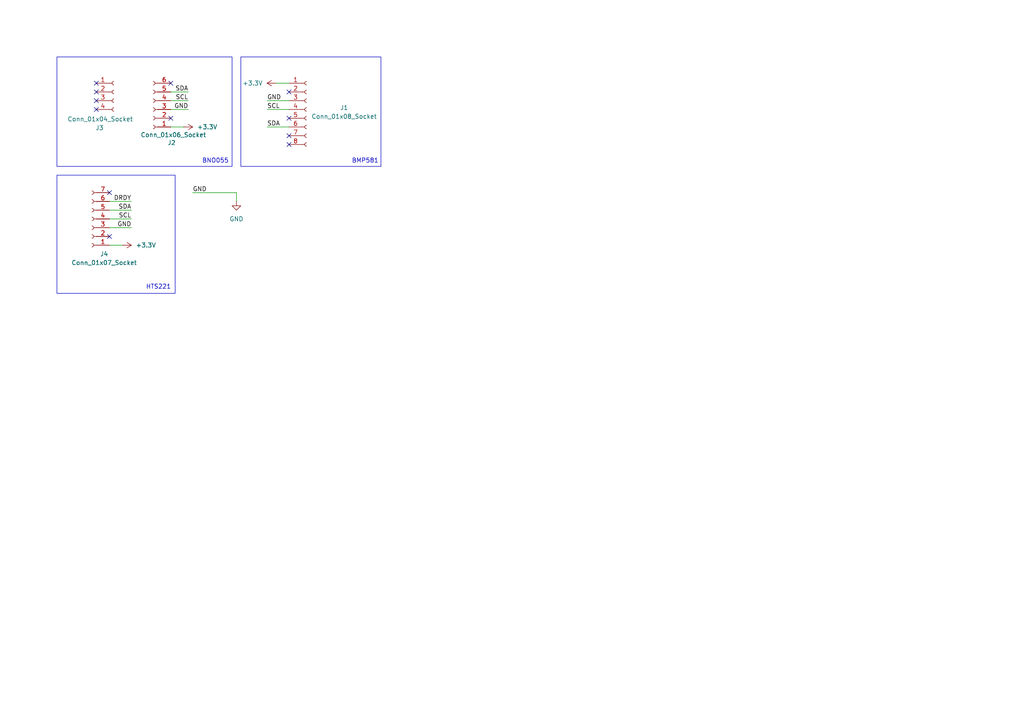
<source format=kicad_sch>
(kicad_sch (version 20250114) (generator "eeschema") (generator_version "9.0")
  (paper "A4")
  (lib_symbols
    (symbol "Connector:Conn_01x04_Socket" (pin_names (offset 1.016) (hide yes))
      (property "Reference" "J" (at 0 5.08 0))
      (property "Value" "Conn_01x04_Socket" (at 0 -7.62 0))
      (symbol "Conn_01x04_Socket_1_1"
        (polyline (pts (xy -1.27 2.54) (xy -0.508 2.54)) (stroke (width 0.1524)))
        (polyline (pts (xy -1.27 0) (xy -0.508 0)) (stroke (width 0.1524)))
        (polyline (pts (xy -1.27 -2.54) (xy -0.508 -2.54)) (stroke (width 0.1524)))
        (polyline (pts (xy -1.27 -5.08) (xy -0.508 -5.08)) (stroke (width 0.1524)))
        (arc (start 0 2.032) (mid -0.5058 2.54) (end 0 3.048) (stroke (width 0.1524)))
        (arc (start 0 -0.508) (mid -0.5058 0) (end 0 0.508) (stroke (width 0.1524)))
        (arc (start 0 -3.048) (mid -0.5058 -2.54) (end 0 -2.032) (stroke (width 0.1524)))
        (arc (start 0 -5.588) (mid -0.5058 -5.08) (end 0 -4.572) (stroke (width 0.1524)))
        (pin passive line (at -5.08 2.54 0) (length 3.81) (name "Pin_1") (number "1"))
        (pin passive line (at -5.08 0 0) (length 3.81) (name "Pin_2") (number "2"))
        (pin passive line (at -5.08 -2.54 0) (length 3.81) (name "Pin_3") (number "3"))
        (pin passive line (at -5.08 -5.08 0) (length 3.81) (name "Pin_4") (number "4"))
      )
    )
    (symbol "Connector:Conn_01x06_Socket" (pin_names (offset 1.016) (hide yes))
      (property "Reference" "J" (at 0 7.62 0))
      (property "Value" "Conn_01x06_Socket" (at 0 -10.16 0))
      (symbol "Conn_01x06_Socket_1_1"
        (polyline (pts (xy -1.27 5.08) (xy -0.508 5.08)) (stroke (width 0.1524)))
        (polyline (pts (xy -1.27 2.54) (xy -0.508 2.54)) (stroke (width 0.1524)))
        (polyline (pts (xy -1.27 0) (xy -0.508 0)) (stroke (width 0.1524)))
        (polyline (pts (xy -1.27 -2.54) (xy -0.508 -2.54)) (stroke (width 0.1524)))
        (polyline (pts (xy -1.27 -5.08) (xy -0.508 -5.08)) (stroke (width 0.1524)))
        (polyline (pts (xy -1.27 -7.62) (xy -0.508 -7.62)) (stroke (width 0.1524)))
        (arc (start 0 4.572) (mid -0.5058 5.08) (end 0 5.588) (stroke (width 0.1524)))
        (arc (start 0 2.032) (mid -0.5058 2.54) (end 0 3.048) (stroke (width 0.1524)))
        (arc (start 0 -0.508) (mid -0.5058 0) (end 0 0.508) (stroke (width 0.1524)))
        (arc (start 0 -3.048) (mid -0.5058 -2.54) (end 0 -2.032) (stroke (width 0.1524)))
        (arc (start 0 -5.588) (mid -0.5058 -5.08) (end 0 -4.572) (stroke (width 0.1524)))
        (arc (start 0 -8.128) (mid -0.5058 -7.62) (end 0 -7.112) (stroke (width 0.1524)))
        (pin passive line (at -5.08 5.08 0) (length 3.81) (name "Pin_1") (number "1"))
        (pin passive line (at -5.08 2.54 0) (length 3.81) (name "Pin_2") (number "2"))
        (pin passive line (at -5.08 0 0) (length 3.81) (name "Pin_3") (number "3"))
        (pin passive line (at -5.08 -2.54 0) (length 3.81) (name "Pin_4") (number "4"))
        (pin passive line (at -5.08 -5.08 0) (length 3.81) (name "Pin_5") (number "5"))
        (pin passive line (at -5.08 -7.62 0) (length 3.81) (name "Pin_6") (number "6"))
      )
    )
    (symbol "Connector:Conn_01x07_Socket" (pin_names (offset 1.016) (hide yes))
      (property "Reference" "J" (at 0 10.16 0))
      (property "Value" "Conn_01x07_Socket" (at 0 -10.16 0))
      (symbol "Conn_01x07_Socket_1_1"
        (polyline (pts (xy -1.27 7.62) (xy -0.508 7.62)) (stroke (width 0.1524)))
        (polyline (pts (xy -1.27 5.08) (xy -0.508 5.08)) (stroke (width 0.1524)))
        (polyline (pts (xy -1.27 2.54) (xy -0.508 2.54)) (stroke (width 0.1524)))
        (polyline (pts (xy -1.27 0) (xy -0.508 0)) (stroke (width 0.1524)))
        (polyline (pts (xy -1.27 -2.54) (xy -0.508 -2.54)) (stroke (width 0.1524)))
        (polyline (pts (xy -1.27 -5.08) (xy -0.508 -5.08)) (stroke (width 0.1524)))
        (polyline (pts (xy -1.27 -7.62) (xy -0.508 -7.62)) (stroke (width 0.1524)))
        (arc (start 0 7.112) (mid -0.5058 7.62) (end 0 8.128) (stroke (width 0.1524)))
        (arc (start 0 4.572) (mid -0.5058 5.08) (end 0 5.588) (stroke (width 0.1524)))
        (arc (start 0 2.032) (mid -0.5058 2.54) (end 0 3.048) (stroke (width 0.1524)))
        (arc (start 0 -0.508) (mid -0.5058 0) (end 0 0.508) (stroke (width 0.1524)))
        (arc (start 0 -3.048) (mid -0.5058 -2.54) (end 0 -2.032) (stroke (width 0.1524)))
        (arc (start 0 -5.588) (mid -0.5058 -5.08) (end 0 -4.572) (stroke (width 0.1524)))
        (arc (start 0 -8.128) (mid -0.5058 -7.62) (end 0 -7.112) (stroke (width 0.1524)))
        (pin passive line (at -5.08 7.62 0) (length 3.81) (name "Pin_1") (number "1"))
        (pin passive line (at -5.08 5.08 0) (length 3.81) (name "Pin_2") (number "2"))
        (pin passive line (at -5.08 2.54 0) (length 3.81) (name "Pin_3") (number "3"))
        (pin passive line (at -5.08 0 0) (length 3.81) (name "Pin_4") (number "4"))
        (pin passive line (at -5.08 -2.54 0) (length 3.81) (name "Pin_5") (number "5"))
        (pin passive line (at -5.08 -5.08 0) (length 3.81) (name "Pin_6") (number "6"))
        (pin passive line (at -5.08 -7.62 0) (length 3.81) (name "Pin_7") (number "7"))
      )
    )
    (symbol "Connector:Conn_01x08_Socket" (pin_names (offset 1.016) (hide yes))
      (property "Reference" "J" (at 0 10.16 0))
      (property "Value" "Conn_01x08_Socket" (at 0 -12.7 0))
      (symbol "Conn_01x08_Socket_1_1"
        (polyline (pts (xy -1.27 7.62) (xy -0.508 7.62)) (stroke (width 0.1524)))
        (polyline (pts (xy -1.27 5.08) (xy -0.508 5.08)) (stroke (width 0.1524)))
        (polyline (pts (xy -1.27 2.54) (xy -0.508 2.54)) (stroke (width 0.1524)))
        (polyline (pts (xy -1.27 0) (xy -0.508 0)) (stroke (width 0.1524)))
        (polyline (pts (xy -1.27 -2.54) (xy -0.508 -2.54)) (stroke (width 0.1524)))
        (polyline (pts (xy -1.27 -5.08) (xy -0.508 -5.08)) (stroke (width 0.1524)))
        (polyline (pts (xy -1.27 -7.62) (xy -0.508 -7.62)) (stroke (width 0.1524)))
        (polyline (pts (xy -1.27 -10.16) (xy -0.508 -10.16)) (stroke (width 0.1524)))
        (arc (start 0 7.112) (mid -0.5058 7.62) (end 0 8.128) (stroke (width 0.1524)))
        (arc (start 0 4.572) (mid -0.5058 5.08) (end 0 5.588) (stroke (width 0.1524)))
        (arc (start 0 2.032) (mid -0.5058 2.54) (end 0 3.048) (stroke (width 0.1524)))
        (arc (start 0 -0.508) (mid -0.5058 0) (end 0 0.508) (stroke (width 0.1524)))
        (arc (start 0 -3.048) (mid -0.5058 -2.54) (end 0 -2.032) (stroke (width 0.1524)))
        (arc (start 0 -5.588) (mid -0.5058 -5.08) (end 0 -4.572) (stroke (width 0.1524)))
        (arc (start 0 -8.128) (mid -0.5058 -7.62) (end 0 -7.112) (stroke (width 0.1524)))
        (arc (start 0 -10.668) (mid -0.5058 -10.16) (end 0 -9.652) (stroke (width 0.1524)))
        (pin passive line (at -5.08 7.62 0) (length 3.81) (name "Pin_1") (number "1"))
        (pin passive line (at -5.08 5.08 0) (length 3.81) (name "Pin_2") (number "2"))
        (pin passive line (at -5.08 2.54 0) (length 3.81) (name "Pin_3") (number "3"))
        (pin passive line (at -5.08 0 0) (length 3.81) (name "Pin_4") (number "4"))
        (pin passive line (at -5.08 -2.54 0) (length 3.81) (name "Pin_5") (number "5"))
        (pin passive line (at -5.08 -5.08 0) (length 3.81) (name "Pin_6") (number "6"))
        (pin passive line (at -5.08 -7.62 0) (length 3.81) (name "Pin_7") (number "7"))
        (pin passive line (at -5.08 -10.16 0) (length 3.81) (name "Pin_8") (number "8"))
      )
    )
    (symbol "power:+3.3V" (power) (pin_numbers (hide yes)) (pin_names (offset 0) (hide yes))
      (property "Value" "+3.3V" (at 0 3.556 0))
      (symbol "+3.3V_0_1"
        (polyline (pts (xy -0.762 1.27) (xy 0 2.54)))
        (polyline (pts (xy 0 2.54) (xy 0.762 1.27)))
        (polyline (pts (xy 0 0) (xy 0 2.54)))
      )
      (symbol "+3.3V_1_1"
        (pin power_in line (at 0 0 90) (length 0) (name "~") (number "1"))
      )
    )
    (symbol "power:GND" (power) (pin_numbers (hide yes)) (pin_names (offset 0) (hide yes))
      (property "Value" "GND" (at 0 -3.81 0))
      (symbol "GND_0_1"
        (polyline (pts (xy 0 0) (xy 0 -1.27) (xy 1.27 -1.27) (xy 0 -2.54) (xy -1.27 -1.27) (xy 0 -1.27)))
      )
      (symbol "GND_1_1"
        (pin power_in line (at 0 0 270) (length 0) (name "~") (number "1"))
      )
    )
  )
  (rectangle (start 69.85 16.51) (end 110.49 48.26))
  (rectangle (start 16.51 50.8) (end 50.8 85.09))
  (rectangle (start 16.51 16.51) (end 67.31 48.26))
  (text "BMP581\n" (at 105.918 46.736 0) (effects (font (size 1.27 1.27))))
  (text "HTS221" (at 45.974 83.312 0) (effects (font (size 1.27 1.27))))
  (text "BNO055" (at 62.484 46.736 0) (effects (font (size 1.27 1.27))))
  (no_connect (at 83.82 41.91))
  (no_connect (at 83.82 26.67))
  (no_connect (at 83.82 39.37))
  (no_connect (at 49.53 24.13))
  (no_connect (at 27.94 26.67))
  (no_connect (at 49.53 34.29))
  (no_connect (at 31.75 55.88))
  (no_connect (at 27.94 24.13))
  (no_connect (at 27.94 29.21))
  (no_connect (at 83.82 34.29))
  (no_connect (at 27.94 31.75))
  (no_connect (at 31.75 68.58))
  (wire (pts (xy 49.53 36.83) (xy 53.34 36.83)))
  (wire (pts (xy 80.01 24.13) (xy 83.82 24.13)))
  (wire (pts (xy 77.47 31.75) (xy 83.82 31.75)))
  (wire (pts (xy 55.88 55.88) (xy 68.58 55.88)))
  (wire (pts (xy 68.58 55.88) (xy 68.58 58.42)))
  (wire (pts (xy 49.53 31.75) (xy 54.61 31.75)))
  (wire (pts (xy 77.47 29.21) (xy 83.82 29.21)))
  (wire (pts (xy 31.75 66.04) (xy 38.1 66.04)))
  (wire (pts (xy 31.75 60.96) (xy 38.1 60.96)))
  (wire (pts (xy 49.53 26.67) (xy 54.61 26.67)))
  (wire (pts (xy 77.47 36.83) (xy 83.82 36.83)))
  (wire (pts (xy 49.53 29.21) (xy 54.61 29.21)))
  (wire (pts (xy 31.75 71.12) (xy 35.56 71.12)))
  (wire (pts (xy 31.75 63.5) (xy 38.1 63.5)))
  (wire (pts (xy 31.75 58.42) (xy 38.1 58.42)))
  (label "SDA" (at 77.47 36.83 0))
  (label "GND" (at 38.1 66.04 180))
  (label "SCL" (at 38.1 63.5 180))
  (label "GND" (at 55.88 55.88 0))
  (label "SDA" (at 54.61 26.67 180))
  (label "SCL" (at 77.47 31.75 0))
  (label "SDA" (at 38.1 60.96 180))
  (label "GND" (at 54.61 31.75 180))
  (label "DRDY" (at 38.1 58.42 180))
  (label "SCL" (at 54.61 29.21 180))
  (label "GND" (at 77.47 29.21 0))
  (symbol (lib_id "power:+3.3V") (at 80.01 24.13 90) (unit 1)
    (property "Reference" "#PWR02" (effects (hide yes)))
    (property "Value" "+3.3V" (at 76.2 24.1299 90) (effects (justify left)))
    (property "Description" "Power symbol creates a global label with name \"+3.3V\"" (effects (hide yes)))
  )
  (symbol (lib_id "power:+3.3V") (at 53.34 36.83 270) (unit 1)
    (property "Reference" "#PWR04" (effects (hide yes)))
    (property "Value" "+3.3V" (at 57.15 36.8299 90) (effects (justify left)))
    (property "Description" "Power symbol creates a global label with name \"+3.3V\"" (effects (hide yes)))
  )
  (symbol (lib_id "Connector:Conn_01x06_Socket") (at 44.45 31.75 180) (unit 1)
    (property "Reference" "J2" (at 49.784 41.402 0))
    (property "Value" "Conn_01x06_Socket" (at 50.292 39.116 0))
    (property "Footprint" "Connector_PinSocket_2.54mm:PinSocket_1x06_P2.54mm_Vertical" (effects (hide yes)))
    (property "Description" "Generic connector, single row, 01x06, script generated" (effects (hide yes)))
  )
  (symbol (lib_id "power:+3.3V") (at 35.56 71.12 270) (unit 1)
    (property "Reference" "#PWR03" (effects (hide yes)))
    (property "Value" "+3.3V" (at 39.37 71.1199 90) (effects (justify left)))
    (property "Description" "Power symbol creates a global label with name \"+3.3V\"" (effects (hide yes)))
  )
  (symbol (lib_id "Connector:Conn_01x08_Socket") (at 88.9 31.75 0) (unit 1)
    (property "Reference" "J1" (at 99.822 31.242 0))
    (property "Value" "Conn_01x08_Socket" (at 99.822 33.782 0))
    (property "Footprint" "Connector_PinSocket_2.54mm:PinSocket_1x08_P2.54mm_Vertical" (effects (hide yes)))
    (property "Description" "Generic connector, single row, 01x08, script generated" (effects (hide yes)))
  )
  (symbol (lib_id "Connector:Conn_01x04_Socket") (at 33.02 26.67 0) (unit 1)
    (property "Reference" "J3" (at 27.686 37.084 0) (effects (justify left)))
    (property "Value" "Conn_01x04_Socket" (at 19.558 34.544 0) (effects (justify left)))
    (property "Footprint" "Connector_PinSocket_2.54mm:PinSocket_1x04_P2.54mm_Vertical" (effects (hide yes)))
    (property "Description" "Generic connector, single row, 01x04, script generated" (effects (hide yes)))
  )
  (symbol (lib_id "Connector:Conn_01x07_Socket") (at 26.67 63.5 180) (unit 1)
    (property "Reference" "J4" (at 30.226 73.66 0))
    (property "Value" "Conn_01x07_Socket" (at 30.226 76.2 0))
    (property "Footprint" "Connector_PinSocket_2.54mm:PinSocket_1x07_P2.54mm_Vertical" (effects (hide yes)))
    (property "Description" "Generic connector, single row, 01x07, script generated" (effects (hide yes)))
  )
  (symbol (lib_id "power:GND") (at 68.58 58.42 0) (unit 1)
    (property "Reference" "#PWR01" (effects (hide yes)))
    (property "Value" "GND" (at 68.58 63.5 0))
    (property "Description" "Power symbol creates a global label with name \"GND\" , ground" (effects (hide yes)))
  )
)
</source>
